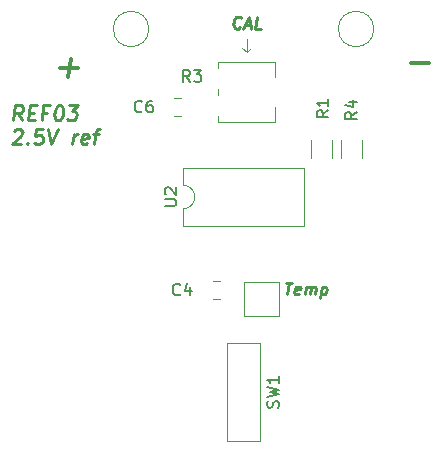
<source format=gbr>
%TF.GenerationSoftware,KiCad,Pcbnew,9.0.0*%
%TF.CreationDate,2025-07-13T02:11:53+05:30*%
%TF.ProjectId,REF03,52454630-332e-46b6-9963-61645f706362,rev?*%
%TF.SameCoordinates,Original*%
%TF.FileFunction,Legend,Top*%
%TF.FilePolarity,Positive*%
%FSLAX46Y46*%
G04 Gerber Fmt 4.6, Leading zero omitted, Abs format (unit mm)*
G04 Created by KiCad (PCBNEW 9.0.0) date 2025-07-13 02:11:53*
%MOMM*%
%LPD*%
G01*
G04 APERTURE LIST*
%ADD10C,0.100000*%
%ADD11C,0.300000*%
%ADD12C,0.250000*%
%ADD13C,0.150000*%
%ADD14C,0.120000*%
G04 APERTURE END LIST*
D10*
X254000Y12268200D02*
X-101600Y12623800D01*
X254000Y12268200D02*
X609600Y12623800D01*
X609600Y12623800D02*
X254000Y12268200D01*
X254000Y13335000D02*
X254000Y12268200D01*
D11*
X-15499108Y10928266D02*
X-13975298Y10928266D01*
X-14832441Y10166361D02*
X-14641965Y11690171D01*
X14218891Y11309266D02*
X15742701Y11309266D01*
D12*
X3553758Y-7246619D02*
X4125187Y-7246619D01*
X3714473Y-8246619D02*
X3839473Y-7246619D01*
X4720425Y-8199000D02*
X4619235Y-8246619D01*
X4619235Y-8246619D02*
X4428758Y-8246619D01*
X4428758Y-8246619D02*
X4339473Y-8199000D01*
X4339473Y-8199000D02*
X4303758Y-8103761D01*
X4303758Y-8103761D02*
X4351378Y-7722809D01*
X4351378Y-7722809D02*
X4410901Y-7627571D01*
X4410901Y-7627571D02*
X4512092Y-7579952D01*
X4512092Y-7579952D02*
X4702568Y-7579952D01*
X4702568Y-7579952D02*
X4791854Y-7627571D01*
X4791854Y-7627571D02*
X4827568Y-7722809D01*
X4827568Y-7722809D02*
X4815663Y-7818047D01*
X4815663Y-7818047D02*
X4327568Y-7913285D01*
X5190663Y-8246619D02*
X5273997Y-7579952D01*
X5262092Y-7675190D02*
X5315663Y-7627571D01*
X5315663Y-7627571D02*
X5416854Y-7579952D01*
X5416854Y-7579952D02*
X5559711Y-7579952D01*
X5559711Y-7579952D02*
X5648997Y-7627571D01*
X5648997Y-7627571D02*
X5684711Y-7722809D01*
X5684711Y-7722809D02*
X5619235Y-8246619D01*
X5684711Y-7722809D02*
X5744235Y-7627571D01*
X5744235Y-7627571D02*
X5845425Y-7579952D01*
X5845425Y-7579952D02*
X5988282Y-7579952D01*
X5988282Y-7579952D02*
X6077568Y-7627571D01*
X6077568Y-7627571D02*
X6113282Y-7722809D01*
X6113282Y-7722809D02*
X6047806Y-8246619D01*
X6607330Y-7579952D02*
X6482330Y-8579952D01*
X6601377Y-7627571D02*
X6702568Y-7579952D01*
X6702568Y-7579952D02*
X6893044Y-7579952D01*
X6893044Y-7579952D02*
X6982330Y-7627571D01*
X6982330Y-7627571D02*
X7023996Y-7675190D01*
X7023996Y-7675190D02*
X7059711Y-7770428D01*
X7059711Y-7770428D02*
X7023996Y-8056142D01*
X7023996Y-8056142D02*
X6964473Y-8151380D01*
X6964473Y-8151380D02*
X6910901Y-8199000D01*
X6910901Y-8199000D02*
X6809711Y-8246619D01*
X6809711Y-8246619D02*
X6619234Y-8246619D01*
X6619234Y-8246619D02*
X6529949Y-8199000D01*
X-18770062Y6496406D02*
X-19112324Y7091644D01*
X-19484348Y6496406D02*
X-19328098Y7746406D01*
X-19328098Y7746406D02*
X-18851907Y7746406D01*
X-18851907Y7746406D02*
X-18740300Y7686882D01*
X-18740300Y7686882D02*
X-18688217Y7627358D01*
X-18688217Y7627358D02*
X-18643574Y7508310D01*
X-18643574Y7508310D02*
X-18665896Y7329739D01*
X-18665896Y7329739D02*
X-18740300Y7210691D01*
X-18740300Y7210691D02*
X-18807265Y7151168D01*
X-18807265Y7151168D02*
X-18933753Y7091644D01*
X-18933753Y7091644D02*
X-19409943Y7091644D01*
X-18152503Y7151168D02*
X-17735836Y7151168D01*
X-17639110Y6496406D02*
X-18234348Y6496406D01*
X-18234348Y6496406D02*
X-18078098Y7746406D01*
X-18078098Y7746406D02*
X-17482860Y7746406D01*
X-16604884Y7151168D02*
X-17021551Y7151168D01*
X-17103396Y6496406D02*
X-16947146Y7746406D01*
X-16947146Y7746406D02*
X-16351908Y7746406D01*
X-15637622Y7746406D02*
X-15518574Y7746406D01*
X-15518574Y7746406D02*
X-15406967Y7686882D01*
X-15406967Y7686882D02*
X-15354884Y7627358D01*
X-15354884Y7627358D02*
X-15310241Y7508310D01*
X-15310241Y7508310D02*
X-15280479Y7270215D01*
X-15280479Y7270215D02*
X-15317681Y6972596D01*
X-15317681Y6972596D02*
X-15406967Y6734501D01*
X-15406967Y6734501D02*
X-15481372Y6615453D01*
X-15481372Y6615453D02*
X-15548336Y6555930D01*
X-15548336Y6555930D02*
X-15674824Y6496406D01*
X-15674824Y6496406D02*
X-15793872Y6496406D01*
X-15793872Y6496406D02*
X-15905479Y6555930D01*
X-15905479Y6555930D02*
X-15957562Y6615453D01*
X-15957562Y6615453D02*
X-16002205Y6734501D01*
X-16002205Y6734501D02*
X-16031967Y6972596D01*
X-16031967Y6972596D02*
X-15994765Y7270215D01*
X-15994765Y7270215D02*
X-15905479Y7508310D01*
X-15905479Y7508310D02*
X-15831074Y7627358D01*
X-15831074Y7627358D02*
X-15764110Y7686882D01*
X-15764110Y7686882D02*
X-15637622Y7746406D01*
X-14804289Y7746406D02*
X-14030479Y7746406D01*
X-14030479Y7746406D02*
X-14506670Y7270215D01*
X-14506670Y7270215D02*
X-14328098Y7270215D01*
X-14328098Y7270215D02*
X-14216491Y7210691D01*
X-14216491Y7210691D02*
X-14164408Y7151168D01*
X-14164408Y7151168D02*
X-14119765Y7032120D01*
X-14119765Y7032120D02*
X-14156967Y6734501D01*
X-14156967Y6734501D02*
X-14231372Y6615453D01*
X-14231372Y6615453D02*
X-14298336Y6555930D01*
X-14298336Y6555930D02*
X-14424824Y6496406D01*
X-14424824Y6496406D02*
X-14781967Y6496406D01*
X-14781967Y6496406D02*
X-14893574Y6555930D01*
X-14893574Y6555930D02*
X-14945658Y6615453D01*
X-19402503Y5614928D02*
X-19335538Y5674452D01*
X-19335538Y5674452D02*
X-19209050Y5733976D01*
X-19209050Y5733976D02*
X-18911431Y5733976D01*
X-18911431Y5733976D02*
X-18799824Y5674452D01*
X-18799824Y5674452D02*
X-18747741Y5614928D01*
X-18747741Y5614928D02*
X-18703098Y5495880D01*
X-18703098Y5495880D02*
X-18717979Y5376833D01*
X-18717979Y5376833D02*
X-18799824Y5198261D01*
X-18799824Y5198261D02*
X-19603396Y4483976D01*
X-19603396Y4483976D02*
X-18829586Y4483976D01*
X-18278991Y4603023D02*
X-18226908Y4543500D01*
X-18226908Y4543500D02*
X-18293872Y4483976D01*
X-18293872Y4483976D02*
X-18345955Y4543500D01*
X-18345955Y4543500D02*
X-18278991Y4603023D01*
X-18278991Y4603023D02*
X-18293872Y4483976D01*
X-16947146Y5733976D02*
X-17542384Y5733976D01*
X-17542384Y5733976D02*
X-17676313Y5138738D01*
X-17676313Y5138738D02*
X-17609348Y5198261D01*
X-17609348Y5198261D02*
X-17482860Y5257785D01*
X-17482860Y5257785D02*
X-17185241Y5257785D01*
X-17185241Y5257785D02*
X-17073634Y5198261D01*
X-17073634Y5198261D02*
X-17021551Y5138738D01*
X-17021551Y5138738D02*
X-16976908Y5019690D01*
X-16976908Y5019690D02*
X-17014110Y4722071D01*
X-17014110Y4722071D02*
X-17088515Y4603023D01*
X-17088515Y4603023D02*
X-17155479Y4543500D01*
X-17155479Y4543500D02*
X-17281967Y4483976D01*
X-17281967Y4483976D02*
X-17579586Y4483976D01*
X-17579586Y4483976D02*
X-17691193Y4543500D01*
X-17691193Y4543500D02*
X-17743277Y4603023D01*
X-16530479Y5733976D02*
X-16270063Y4483976D01*
X-16270063Y4483976D02*
X-15697146Y5733976D01*
X-14484348Y4483976D02*
X-14380181Y5317309D01*
X-14409943Y5079214D02*
X-14335538Y5198261D01*
X-14335538Y5198261D02*
X-14268574Y5257785D01*
X-14268574Y5257785D02*
X-14142086Y5317309D01*
X-14142086Y5317309D02*
X-14023038Y5317309D01*
X-13226907Y4543500D02*
X-13353395Y4483976D01*
X-13353395Y4483976D02*
X-13591490Y4483976D01*
X-13591490Y4483976D02*
X-13703097Y4543500D01*
X-13703097Y4543500D02*
X-13747740Y4662547D01*
X-13747740Y4662547D02*
X-13688217Y5138738D01*
X-13688217Y5138738D02*
X-13613812Y5257785D01*
X-13613812Y5257785D02*
X-13487324Y5317309D01*
X-13487324Y5317309D02*
X-13249228Y5317309D01*
X-13249228Y5317309D02*
X-13137621Y5257785D01*
X-13137621Y5257785D02*
X-13092978Y5138738D01*
X-13092978Y5138738D02*
X-13107859Y5019690D01*
X-13107859Y5019690D02*
X-13717978Y4900642D01*
X-12713514Y5317309D02*
X-12237323Y5317309D01*
X-12639109Y4483976D02*
X-12505180Y5555404D01*
X-12505180Y5555404D02*
X-12430776Y5674452D01*
X-12430776Y5674452D02*
X-12304288Y5733976D01*
X-12304288Y5733976D02*
X-12185240Y5733976D01*
X-290050Y14353019D02*
X-343622Y14305400D01*
X-343622Y14305400D02*
X-492431Y14257780D01*
X-492431Y14257780D02*
X-587669Y14257780D01*
X-587669Y14257780D02*
X-724574Y14305400D01*
X-724574Y14305400D02*
X-807907Y14400638D01*
X-807907Y14400638D02*
X-843622Y14495876D01*
X-843622Y14495876D02*
X-867431Y14686352D01*
X-867431Y14686352D02*
X-849574Y14829209D01*
X-849574Y14829209D02*
X-778146Y15019685D01*
X-778146Y15019685D02*
X-718622Y15114923D01*
X-718622Y15114923D02*
X-611479Y15210161D01*
X-611479Y15210161D02*
X-462669Y15257780D01*
X-462669Y15257780D02*
X-367431Y15257780D01*
X-367431Y15257780D02*
X-230527Y15210161D01*
X-230527Y15210161D02*
X-188860Y15162542D01*
X114711Y14543495D02*
X590901Y14543495D01*
X-16241Y14257780D02*
X442092Y15257780D01*
X442092Y15257780D02*
X650425Y14257780D01*
X1459949Y14257780D02*
X983758Y14257780D01*
X983758Y14257780D02*
X1108758Y15257780D01*
D13*
X2947200Y-17843332D02*
X2994819Y-17700475D01*
X2994819Y-17700475D02*
X2994819Y-17462380D01*
X2994819Y-17462380D02*
X2947200Y-17367142D01*
X2947200Y-17367142D02*
X2899580Y-17319523D01*
X2899580Y-17319523D02*
X2804342Y-17271904D01*
X2804342Y-17271904D02*
X2709104Y-17271904D01*
X2709104Y-17271904D02*
X2613866Y-17319523D01*
X2613866Y-17319523D02*
X2566247Y-17367142D01*
X2566247Y-17367142D02*
X2518628Y-17462380D01*
X2518628Y-17462380D02*
X2471009Y-17652856D01*
X2471009Y-17652856D02*
X2423390Y-17748094D01*
X2423390Y-17748094D02*
X2375771Y-17795713D01*
X2375771Y-17795713D02*
X2280533Y-17843332D01*
X2280533Y-17843332D02*
X2185295Y-17843332D01*
X2185295Y-17843332D02*
X2090057Y-17795713D01*
X2090057Y-17795713D02*
X2042438Y-17748094D01*
X2042438Y-17748094D02*
X1994819Y-17652856D01*
X1994819Y-17652856D02*
X1994819Y-17414761D01*
X1994819Y-17414761D02*
X2042438Y-17271904D01*
X1994819Y-16938570D02*
X2994819Y-16700475D01*
X2994819Y-16700475D02*
X2280533Y-16509999D01*
X2280533Y-16509999D02*
X2994819Y-16319523D01*
X2994819Y-16319523D02*
X1994819Y-16081428D01*
X2994819Y-15176666D02*
X2994819Y-15748094D01*
X2994819Y-15462380D02*
X1994819Y-15462380D01*
X1994819Y-15462380D02*
X2137676Y-15557618D01*
X2137676Y-15557618D02*
X2232914Y-15652856D01*
X2232914Y-15652856D02*
X2280533Y-15748094D01*
X7185819Y7326333D02*
X6709628Y6993000D01*
X7185819Y6754905D02*
X6185819Y6754905D01*
X6185819Y6754905D02*
X6185819Y7135857D01*
X6185819Y7135857D02*
X6233438Y7231095D01*
X6233438Y7231095D02*
X6281057Y7278714D01*
X6281057Y7278714D02*
X6376295Y7326333D01*
X6376295Y7326333D02*
X6519152Y7326333D01*
X6519152Y7326333D02*
X6614390Y7278714D01*
X6614390Y7278714D02*
X6662009Y7231095D01*
X6662009Y7231095D02*
X6709628Y7135857D01*
X6709628Y7135857D02*
X6709628Y6754905D01*
X7185819Y8278714D02*
X7185819Y7707286D01*
X7185819Y7993000D02*
X6185819Y7993000D01*
X6185819Y7993000D02*
X6328676Y7897762D01*
X6328676Y7897762D02*
X6423914Y7802524D01*
X6423914Y7802524D02*
X6471533Y7707286D01*
X-8599466Y7260419D02*
X-8647085Y7212800D01*
X-8647085Y7212800D02*
X-8789942Y7165180D01*
X-8789942Y7165180D02*
X-8885180Y7165180D01*
X-8885180Y7165180D02*
X-9028037Y7212800D01*
X-9028037Y7212800D02*
X-9123275Y7308038D01*
X-9123275Y7308038D02*
X-9170894Y7403276D01*
X-9170894Y7403276D02*
X-9218513Y7593752D01*
X-9218513Y7593752D02*
X-9218513Y7736609D01*
X-9218513Y7736609D02*
X-9170894Y7927085D01*
X-9170894Y7927085D02*
X-9123275Y8022323D01*
X-9123275Y8022323D02*
X-9028037Y8117561D01*
X-9028037Y8117561D02*
X-8885180Y8165180D01*
X-8885180Y8165180D02*
X-8789942Y8165180D01*
X-8789942Y8165180D02*
X-8647085Y8117561D01*
X-8647085Y8117561D02*
X-8599466Y8069942D01*
X-7742323Y8165180D02*
X-7932799Y8165180D01*
X-7932799Y8165180D02*
X-8028037Y8117561D01*
X-8028037Y8117561D02*
X-8075656Y8069942D01*
X-8075656Y8069942D02*
X-8170894Y7927085D01*
X-8170894Y7927085D02*
X-8218513Y7736609D01*
X-8218513Y7736609D02*
X-8218513Y7355657D01*
X-8218513Y7355657D02*
X-8170894Y7260419D01*
X-8170894Y7260419D02*
X-8123275Y7212800D01*
X-8123275Y7212800D02*
X-8028037Y7165180D01*
X-8028037Y7165180D02*
X-7837561Y7165180D01*
X-7837561Y7165180D02*
X-7742323Y7212800D01*
X-7742323Y7212800D02*
X-7694704Y7260419D01*
X-7694704Y7260419D02*
X-7647085Y7355657D01*
X-7647085Y7355657D02*
X-7647085Y7593752D01*
X-7647085Y7593752D02*
X-7694704Y7688990D01*
X-7694704Y7688990D02*
X-7742323Y7736609D01*
X-7742323Y7736609D02*
X-7837561Y7784228D01*
X-7837561Y7784228D02*
X-8028037Y7784228D01*
X-8028037Y7784228D02*
X-8123275Y7736609D01*
X-8123275Y7736609D02*
X-8170894Y7688990D01*
X-8170894Y7688990D02*
X-8218513Y7593752D01*
X-4535466Y9755980D02*
X-4868799Y10232171D01*
X-5106894Y9755980D02*
X-5106894Y10755980D01*
X-5106894Y10755980D02*
X-4725942Y10755980D01*
X-4725942Y10755980D02*
X-4630704Y10708361D01*
X-4630704Y10708361D02*
X-4583085Y10660742D01*
X-4583085Y10660742D02*
X-4535466Y10565504D01*
X-4535466Y10565504D02*
X-4535466Y10422647D01*
X-4535466Y10422647D02*
X-4583085Y10327409D01*
X-4583085Y10327409D02*
X-4630704Y10279790D01*
X-4630704Y10279790D02*
X-4725942Y10232171D01*
X-4725942Y10232171D02*
X-5106894Y10232171D01*
X-4202132Y10755980D02*
X-3583085Y10755980D01*
X-3583085Y10755980D02*
X-3916418Y10375028D01*
X-3916418Y10375028D02*
X-3773561Y10375028D01*
X-3773561Y10375028D02*
X-3678323Y10327409D01*
X-3678323Y10327409D02*
X-3630704Y10279790D01*
X-3630704Y10279790D02*
X-3583085Y10184552D01*
X-3583085Y10184552D02*
X-3583085Y9946457D01*
X-3583085Y9946457D02*
X-3630704Y9851219D01*
X-3630704Y9851219D02*
X-3678323Y9803600D01*
X-3678323Y9803600D02*
X-3773561Y9755980D01*
X-3773561Y9755980D02*
X-4059275Y9755980D01*
X-4059275Y9755980D02*
X-4154513Y9803600D01*
X-4154513Y9803600D02*
X-4202132Y9851219D01*
X-5373666Y-8233580D02*
X-5421285Y-8281200D01*
X-5421285Y-8281200D02*
X-5564142Y-8328819D01*
X-5564142Y-8328819D02*
X-5659380Y-8328819D01*
X-5659380Y-8328819D02*
X-5802237Y-8281200D01*
X-5802237Y-8281200D02*
X-5897475Y-8185961D01*
X-5897475Y-8185961D02*
X-5945094Y-8090723D01*
X-5945094Y-8090723D02*
X-5992713Y-7900247D01*
X-5992713Y-7900247D02*
X-5992713Y-7757390D01*
X-5992713Y-7757390D02*
X-5945094Y-7566914D01*
X-5945094Y-7566914D02*
X-5897475Y-7471676D01*
X-5897475Y-7471676D02*
X-5802237Y-7376438D01*
X-5802237Y-7376438D02*
X-5659380Y-7328819D01*
X-5659380Y-7328819D02*
X-5564142Y-7328819D01*
X-5564142Y-7328819D02*
X-5421285Y-7376438D01*
X-5421285Y-7376438D02*
X-5373666Y-7424057D01*
X-4516523Y-7662152D02*
X-4516523Y-8328819D01*
X-4754618Y-7281200D02*
X-4992713Y-7995485D01*
X-4992713Y-7995485D02*
X-4373666Y-7995485D01*
X-6685180Y-761904D02*
X-5875657Y-761904D01*
X-5875657Y-761904D02*
X-5780419Y-714285D01*
X-5780419Y-714285D02*
X-5732800Y-666666D01*
X-5732800Y-666666D02*
X-5685180Y-571428D01*
X-5685180Y-571428D02*
X-5685180Y-380952D01*
X-5685180Y-380952D02*
X-5732800Y-285714D01*
X-5732800Y-285714D02*
X-5780419Y-238095D01*
X-5780419Y-238095D02*
X-5875657Y-190476D01*
X-5875657Y-190476D02*
X-6685180Y-190476D01*
X-6589942Y238095D02*
X-6637561Y285714D01*
X-6637561Y285714D02*
X-6685180Y380952D01*
X-6685180Y380952D02*
X-6685180Y619047D01*
X-6685180Y619047D02*
X-6637561Y714285D01*
X-6637561Y714285D02*
X-6589942Y761904D01*
X-6589942Y761904D02*
X-6494704Y809523D01*
X-6494704Y809523D02*
X-6399466Y809523D01*
X-6399466Y809523D02*
X-6256609Y761904D01*
X-6256609Y761904D02*
X-5685180Y190476D01*
X-5685180Y190476D02*
X-5685180Y809523D01*
X9598819Y7199333D02*
X9122628Y6866000D01*
X9598819Y6627905D02*
X8598819Y6627905D01*
X8598819Y6627905D02*
X8598819Y7008857D01*
X8598819Y7008857D02*
X8646438Y7104095D01*
X8646438Y7104095D02*
X8694057Y7151714D01*
X8694057Y7151714D02*
X8789295Y7199333D01*
X8789295Y7199333D02*
X8932152Y7199333D01*
X8932152Y7199333D02*
X9027390Y7151714D01*
X9027390Y7151714D02*
X9075009Y7104095D01*
X9075009Y7104095D02*
X9122628Y7008857D01*
X9122628Y7008857D02*
X9122628Y6627905D01*
X8932152Y8056476D02*
X9598819Y8056476D01*
X8551200Y7818381D02*
X9265485Y7580286D01*
X9265485Y7580286D02*
X9265485Y8199333D01*
D14*
%TO.C,SW1*%
X1360000Y-20620000D02*
X-1360000Y-20620000D01*
X-1360000Y-12400000D01*
X1360000Y-12400000D01*
X1360000Y-20620000D01*
%TO.C,R1*%
X5694000Y3336936D02*
X5694000Y4791064D01*
X7514000Y3336936D02*
X7514000Y4791064D01*
%TO.C,C6*%
X-5849253Y8355000D02*
X-5326747Y8355000D01*
X-5849253Y6885000D02*
X-5326747Y6885000D01*
%TO.C,R3*%
X-2166000Y10930000D02*
X-2166000Y11410000D01*
X-2166000Y8630000D02*
X-2166000Y9150000D01*
X-2166000Y6370000D02*
X-2166000Y6850000D01*
X2674000Y11410000D02*
X-2166000Y11410000D01*
X2674000Y10130000D02*
X2674000Y11410000D01*
X2674000Y6750000D02*
X2674000Y7650000D01*
X2674000Y6750000D02*
X2674000Y7650000D01*
X2674000Y6750000D02*
X2674000Y6750000D01*
X2674000Y6370000D02*
X-2166000Y6370000D01*
X2674000Y6370000D02*
X2674000Y7650000D01*
%TO.C,C4*%
X-2547252Y-7139000D02*
X-2024748Y-7139000D01*
X-2547252Y-8609000D02*
X-2024748Y-8609000D01*
%TO.C,U2*%
X-5140000Y2450000D02*
X-5140000Y1000000D01*
X-5140000Y-1000000D02*
X-5140000Y-2450000D01*
X-5140000Y-2450000D02*
X5140000Y-2450000D01*
X5140000Y2450000D02*
X-5140000Y2450000D01*
X5140000Y-2450000D02*
X5140000Y2450000D01*
X-5140000Y1000000D02*
G75*
G02*
X-5140000Y-1000000I0J-1000000D01*
G01*
%TO.C,R4*%
X8234000Y3336936D02*
X8234000Y4791064D01*
X10054000Y3336936D02*
X10054000Y4791064D01*
%TO.C,TP4*%
X11025000Y14224000D02*
G75*
G02*
X8025000Y14224000I-1500000J0D01*
G01*
X8025000Y14224000D02*
G75*
G02*
X11025000Y14224000I1500000J0D01*
G01*
%TO.C,TP1*%
X-8025000Y14224000D02*
G75*
G02*
X-11025000Y14224000I-1500000J0D01*
G01*
X-11025000Y14224000D02*
G75*
G02*
X-8025000Y14224000I1500000J0D01*
G01*
%TO.C,TP2*%
X74000Y-7186000D02*
X2974000Y-7186000D01*
X74000Y-10086000D02*
X74000Y-7186000D01*
X2974000Y-7186000D02*
X2974000Y-10086000D01*
X2974000Y-10086000D02*
X74000Y-10086000D01*
%TD*%
M02*

</source>
